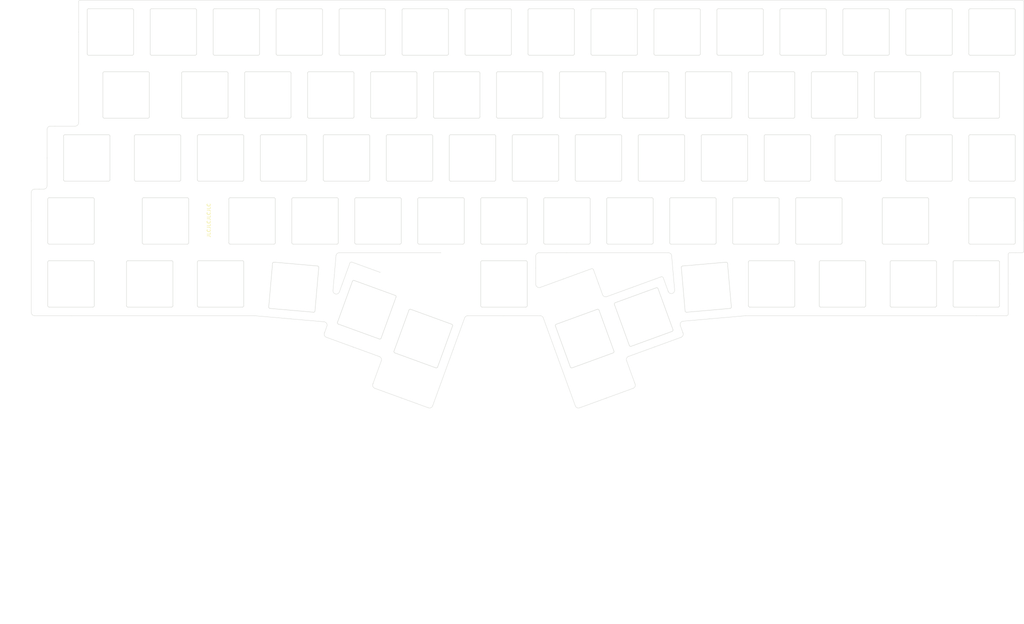
<source format=kicad_pcb>
(kicad_pcb (version 20241229) (generator "pcbnew") (generator_version "9.0")
  (layers (0 "F.Cu" signal) (2 "B.Cu" signal) (13 "F.Paste" user) (15 "B.Paste" user) (5 "F.SilkS" user "F.Silkscreen") (7 "B.SilkS" user "B.Silkscreen") (1 "F.Mask" user) (3 "B.Mask" user) (25 "Edge.Cuts" user))
  (net 0 "")
  (footprint "tmr-lib:Switch_Cutout2_MX" (layer "F.Cu") (at 256.5 19))
  (footprint "tmr-lib:Switch_Cutout2_MX" (layer "F.Cu") (at 19 0))
  (footprint "tmr-lib:Switch_Cutout2_MX_2u" (layer "F.Cu") (at 113.4 92.5 70))
  (footprint "tmr-lib:Switch_Cutout2_MX" (layer "F.Cu") (at 213.75 57))
  (footprint "tmr-lib:Switch_Cutout2_MX" (layer "F.Cu") (at 179.9 86 20))
  (footprint "tmr-lib:Switch_Cutout2_MX_1.25u" (layer "F.Cu") (at 96.35 83.8 70))
  (footprint "tmr-lib:Switch_Cutout2_MX" (layer "F.Cu") (at 47.5 19))
  (footprint "tmr-lib:Switch_Cutout2_MX" (layer "F.Cu") (at 285 0))
  (footprint "tmr-lib:Switch_Cutout2_MX" (layer "F.Cu") (at 57 0))
  (footprint "tmr-lib:Switch_Cutout2_MX" (layer "F.Cu") (at 137.75 57))
  (footprint "tmr-lib:Switch_Cutout2_MX" (layer "F.Cu") (at 90.25 38))
  (footprint "tmr-lib:Switch_Cutout2_MX" (layer "F.Cu") (at 80.75 57))
  (footprint "tmr-lib:Switch_Cutout2_MX" (layer "F.Cu") (at 166.25 38))
  (footprint "tmr-lib:Switch_Cutout2_MX_1.75u" (layer "F.Cu") (at 258.875 57))
  (footprint "tmr-lib:Switch_Cutout2_MX_1.25u" (layer "F.Cu") (at 223.25 38))
  (footprint "tmr-lib:Switch_Cutout2_MX" (layer "F.Cu") (at 147.25 38))
  (footprint "tmr-lib:Switch_Cutout2_MX" (layer "F.Cu") (at 52.25 76))
  (footprint "tmr-lib:Switch_Cutout2_MX" (layer "F.Cu") (at 156.75 57))
  (footprint "tmr-lib:Switch_Cutout2_MX" (layer "F.Cu") (at 128.25 38))
  (footprint "tmr-lib:Switch_Cutout2_MX_1.25u" (layer "F.Cu") (at 7.125 76))
  (footprint "tmr-lib:Switch_Cutout2_MX_1.25u" (layer "F.Cu") (at 74.325 77 -5))
  (footprint "tmr-lib:Switch_Cutout2_MX" (layer "F.Cu") (at 118.75 57))
  (footprint "tmr-lib:Switch_Cutout2_MX" (layer "F.Cu") (at 198.8 77 5))
  (footprint "tmr-lib:Switch_Cutout2_MX" (layer "F.Cu") (at 266 0))
  (footprint "tmr-lib:Switch_Cutout2_MX" (layer "F.Cu") (at 142.5 19))
  (footprint "tmr-lib:Switch_Cutout2_MX" (layer "F.Cu") (at 261.25 76))
  (footprint "tmr-lib:Switch_Cutout2_MX_1.25u" (layer "F.Cu") (at 280.25 19))
  (footprint "tmr-lib:Switch_Cutout2_MX" (layer "F.Cu") (at 228 0))
  (footprint "tmr-lib:Switch_Cutout2_MX" (layer "F.Cu") (at 218.5 76))
  (footprint "tmr-lib:Switch_Cutout2_MX" (layer "F.Cu") (at 66.5 19))
  (footprint "tmr-lib:Switch_Cutout2_MX" (layer "F.Cu") (at 194.75 57))
  (footprint "tmr-lib:Switch_Cutout2_MX" (layer "F.Cu") (at 204.25 38))
  (footprint "tmr-lib:Switch_Cutout2_MX" (layer "F.Cu") (at 38 0))
  (footprint "tmr-lib:Switch_Cutout2_MX" (layer "F.Cu") (at 180.5 19))
  (footprint "tmr-lib:Switch_Cutout2_MX_1.25u" (layer "F.Cu") (at 30.875 76))
  (footprint "tmr-lib:Switch_Cutout2_MX" (layer "F.Cu") (at 99.75 57))
  (footprint "tmr-lib:Switch_Cutout2_MX" (layer "F.Cu") (at 218.5 19))
  (footprint "tmr-lib:Switch_Cutout2_MX" (layer "F.Cu") (at 95 0))
  (footprint "tmr-lib:Switch_Cutout2_MX" (layer "F.Cu") (at 137.75 76))
  (footprint "tmr-lib:Switch_Cutout2_MX" (layer "F.Cu") (at 152 0))
  (footprint "tmr-lib:Switch_Cutout2_MX" (layer "F.Cu") (at 61.75 57))
  (footprint "tmr-lib:Switch_Cutout2_MX_1.25u" (layer "F.Cu") (at 239.875 76))
  (footprint "tmr-lib:Switch_Cutout2_MX" (layer "F.Cu") (at 185.25 38))
  (footprint "tmr-lib:Switch_Cutout2_MX" (layer "F.Cu") (at 23.75 19))
  (footprint "tmr-lib:Switch_Cutout2_MX" (layer "F.Cu") (at 11.875 38))
  (footprint "tmr-lib:Switch_Cutout2_MX" (layer "F.Cu") (at 190 0))
  (footprint "tmr-lib:Switch_Cutout2_MX_1.75u" (layer "F.Cu") (at 35.625 57))
  (footprint "tmr-lib:Switch_Cutout2_MX" (layer "F.Cu") (at 52.25 38))
  (footprint "tmr-lib:Switch_Cutout2_MX" (layer "F.Cu") (at 244.625 38))
  (footprint "tmr-lib:Switch_Cutout2_MX" (layer "F.Cu") (at 33.25 38))
  (footprint "tmr-lib:Switch_Cutout2_MX" (layer "F.Cu") (at 285 38))
  (footprint "tmr-lib:Switch_Cutout2_MX" (layer "F.Cu") (at 123.5 19))
  (footprint "tmr-lib:Switch_Cutout2_MX_2u" (layer "F.Cu") (at 162.1 92.5 -70))
  (footprint "tmr-lib:Switch_Cutout2_MX" (layer "F.Cu") (at 285 57))
  (footprint "tmr-lib:Switch_Cutout2_MX" (layer "F.Cu") (at 133 0))
  (footprint "tmr-lib:Switch_Cutout2_MX" (layer "F.Cu") (at 175.75 57))
  (footprint "tmr-lib:JLC_Order_Num" (layer "F.Cu") (at 48.8 56.75 90))
  (footprint "tmr-lib:Switch_Cutout2_MX" (layer "F.Cu") (at 161.5 19))
  (footprint "tmr-lib:Switch_Cutout2_MX" (layer "F.Cu") (at 247 0))
  (footprint "tmr-lib:Switch_Cutout2_MX" (layer "F.Cu") (at 209 0))
  (footprint "tmr-lib:Switch_Cutout2_MX" (layer "F.Cu") (at 71.25 38))
  (footprint "tmr-lib:Switch_Cutout2_MX" (layer "F.Cu") (at 7.125 57))
  (footprint "tmr-lib:Switch_Cutout2_MX" (layer "F.Cu") (at 232.75 57))
  (footprint "tmr-lib:Switch_Cutout2_MX" (layer "F.Cu") (at 266 38))
  (footprint "tmr-lib:Switch_Cutout2_MX" (layer "F.Cu") (at 114 0))
  (footprint "tmr-lib:Switch_Cutout2_MX" (layer "F.Cu") (at 104.5 19))
  (footprint "tmr-lib:Switch_Cutout2_MX" (layer "F.Cu") (at 199.5 19))
  (footprint "tmr-lib:Switch_Cutout2_MX" (layer "F.Cu") (at 76 0))
  (footprint "tmr-lib:Switch_Cutout2_MX" (layer "F.Cu") (at 171 0))
  (footprint "tmr-lib:Switch_Cutout2_MX" (layer "F.Cu") (at 109.25 38))
  (footprint "tmr-lib:Switch_Cutout2_MX" (layer "F.Cu") (at 85.5 19))
  (footprint "tmr-lib:Switch_Cutout2_MX" (layer "F.Cu") (at 237.5 19))
  (footprint "tmr-lib:Switch_Cutout2_MX" (layer "F.Cu") (at 280.25 76))
  (gr_line (start 280.35 85.6) (end 289.35 85.6) (stroke (width 0.1)) (layer "Edge.Cuts"))
  (gr_line (start -4.85 57) (end -4.85 57.1) (stroke (width 0.1)) (layer "Edge.Cuts"))
  (gr_line (start 7.125 85.6) (end 7.225 85.6) (stroke (width 0.1)) (layer "Edge.Cuts"))
  (gr_arc (start 116.230453 112.791876) (mid 115.713388 113.35616) (end 114.948756 113.389503) (stroke (width 0.1)) (layer "Edge.Cuts"))
  (gr_line (start 284.9 -9.6) (end 9.9 -9.6) (stroke (width 0.1)) (layer "Edge.Cuts"))
  (gr_line (start -0.1 38.1) (end -0.1 46.4) (stroke (width 0.1)) (layer "Edge.Cuts"))
  (gr_arc (start 160.551244 113.389503) (mid 159.786625 113.356144) (end 159.269547 112.791876) (stroke (width 0.1)) (layer "Edge.Cuts"))
  (gr_line (start 83.643684 90.641794) (end 83.609482 90.735763) (stroke (width 0.1)) (layer "Edge.Cuts"))
  (gr_line (start 168.632584 110.448129) (end 168.726553 110.413927) (stroke (width 0.1)) (layer "Edge.Cuts"))
  (gr_line (start 199.537076 86.572184) (end 191.803793 87.248717) (stroke (width 0.1)) (layer "Edge.Cuts"))
  (gr_line (start 199.636695 86.563469) (end 199.736314 86.554754) (stroke (width 0.1)) (layer "Edge.Cuts"))
  (gr_line (start 166.281464 75.919956) (end 167.488785 79.237036) (stroke (width 0.1)) (layer "Edge.Cuts"))
  (gr_line (start 166.247262 75.825987) (end 166.281464 75.919956) (stroke (width 0.1)) (layer "Edge.Cuts"))
  (gr_arc (start 88.095494 78.410543) (mid 86.939355 79.044804) (end 86.159528 77.981352) (stroke (width 0.1)) (layer "Edge.Cuts"))
  (gr_line (start 289.85 76) (end 289.85 76.1) (stroke (width 0.1)) (layer "Edge.Cuts"))
  (gr_arc (start 147.35 67.6) (mid 147.642893 66.892893) (end 148.35 66.6) (stroke (width 0.1)) (layer "Edge.Cuts"))
  (gr_line (start 199.736314 86.554754) (end 210.606352 85.603807) (stroke (width 0.1)) (layer "Edge.Cuts"))
  (gr_arc (start -3.85 85.6) (mid -4.557107 85.307107) (end -4.85 84.6) (stroke (width 0.1)) (layer "Edge.Cuts"))
  (gr_line (start 106.961385 110.482331) (end 114.948756 113.389503) (stroke (width 0.1)) (layer "Edge.Cuts"))
  (gr_line (start 92.16034 95.018617) (end 84.172931 92.111431) (stroke (width 0.1)) (layer "Edge.Cuts"))
  (gr_line (start 176.710576 76.944749) (end 185.167803 73.866563) (stroke (width 0.1)) (layer "Edge.Cuts"))
  (gr_line (start 292.025 66.6) (end 290.35 66.6) (stroke (width 0.1)) (layer "Edge.Cuts"))
  (gr_line (start 155.567416 74.551871) (end 155.661385 74.517669) (stroke (width 0.1)) (layer "Edge.Cuts"))
  (gr_line (start 9.4 0.1) (end 9.4 27.4) (stroke (width 0.1)) (layer "Edge.Cuts"))
  (gr_arc (start 62.431554 85.6) (mid 62.475142 85.600956) (end 62.518648 85.603807) (stroke (width 0.1)) (layer "Edge.Cuts"))
  (gr_arc (start 187.337148 66.6) (mid 188.01274 66.862724) (end 188.333342 67.512848) (stroke (width 0.1)) (layer "Edge.Cuts"))
  (gr_line (start -4.85 57) (end -4.85 56.9) (stroke (width 0.1)) (layer "Edge.Cuts"))
  (gr_line (start 176.616607 76.978951) (end 176.522638 77.013153) (stroke (width 0.1)) (layer "Edge.Cuts"))
  (gr_line (start 294.6 57) (end 294.6 56.9) (stroke (width 0.1)) (layer "Edge.Cuts"))
  (gr_line (start 285 -9.6) (end 285.1 -9.6) (stroke (width 0.1)) (layer "Edge.Cuts"))
  (gr_line (start 187.296453 78.253067) (end 187.330655 78.347036) (stroke (width 0.1)) (layer "Edge.Cuts"))
  (gr_line (start 137.75 85.6) (end 137.65 85.6) (stroke (width 0.1)) (layer "Edge.Cuts"))
  (gr_arc (start 87.075347 67.512847) (mid 87.395954 66.862739) (end 88.071542 66.6) (stroke (width 0.1)) (layer "Edge.Cuts"))
  (gr_arc (start 189.236323 77.834603) (mid 188.456527 78.898058) (end 187.300357 78.263792) (stroke (width 0.1)) (layer "Edge.Cuts"))
  (gr_arc (start 9.4 27.4) (mid 9.107107 28.107107) (end 8.4 28.4) (stroke (width 0.1)) (layer "Edge.Cuts"))
  (gr_arc (start 177.31161 106.225036) (mid 177.278258 106.989677) (end 176.713961 107.506741) (stroke (width 0.1)) (layer "Edge.Cuts"))
  (gr_line (start 153.113153 95.877362) (end 159.269547 112.791876) (stroke (width 0.1)) (layer "Edge.Cuts"))
  (gr_line (start 106.867416 110.448129) (end 106.773447 110.413927) (stroke (width 0.1)) (layer "Edge.Cuts"))
  (gr_line (start 2.275 28.4) (end 2.175 28.4) (stroke (width 0.1)) (layer "Edge.Cuts"))
  (gr_line (start 183.277362 94.986847) (end 191.170801 92.113863) (stroke (width 0.1)) (layer "Edge.Cuts"))
  (gr_line (start 88.987749 75.959098) (end 91.253646 69.733613) (stroke (width 0.1)) (layer "Edge.Cuts"))
  (gr_line (start 86.568801 73.30305) (end 86.577516 73.203431) (stroke (width 0.1)) (layer "Edge.Cuts"))
  (gr_line (start 155.661385 74.517669) (end 164.118612 71.439483) (stroke (width 0.1)) (layer "Edge.Cuts"))
  (gr_line (start 183.183393 95.021049) (end 183.277362 94.986847) (stroke (width 0.1)) (layer "Edge.Cuts"))
  (gr_line (start 280.25 85.6) (end 280.15 85.6) (stroke (width 0.1)) (layer "Edge.Cuts"))
  (gr_arc (start -0.1 29.4) (mid 0.192893 28.692893) (end 0.9 28.4) (stroke (width 0.1)) (layer "Edge.Cuts"))
  (gr_line (start 166.247262 75.825987) (end 166.21306 75.732018) (stroke (width 0.1)) (layer "Edge.Cuts"))
  (gr_line (start 7.125 85.6) (end 7.025 85.6) (stroke (width 0.1)) (layer "Edge.Cuts"))
  (gr_arc (start 83.470614 87.436754) (mid 84.226852 87.895635) (end 84.323156 88.774964) (stroke (width 0.1)) (layer "Edge.Cuts"))
  (gr_line (start 168.632584 110.448129) (end 168.538615 110.482331) (stroke (width 0.1)) (layer "Edge.Cuts"))
  (gr_arc (start 148.691999 77.054324) (mid 147.776407 76.933789) (end 147.35 76.114633) (stroke (width 0.1)) (layer "Edge.Cuts"))
  (gr_line (start 153.044749 95.689424) (end 149.611976 86.257979) (stroke (width 0.1)) (layer "Edge.Cuts"))
  (gr_line (start 156.75 66.6) (end 156.85 66.6) (stroke (width 0.1)) (layer "Edge.Cuts"))
  (gr_line (start 177.140602 105.755197) (end 174.739596 99.158503) (stroke (width 0.1)) (layer "Edge.Cuts"))
  (gr_arc (start 190.951251 88.586926) (mid 191.047552 87.707605) (end 191.803793 87.248717) (stroke (width 0.1)) (layer "Edge.Cuts"))
  (gr_line (start 188.822542 73.104771) (end 188.831257 73.20439) (stroke (width 0.1)) (layer "Edge.Cuts"))
  (gr_line (start 122.386847 95.877362) (end 116.230453 112.791876) (stroke (width 0.1)) (layer "Edge.Cuts"))
  (gr_line (start 98.256792 106.037105) (end 98.22259 106.131074) (stroke (width 0.1)) (layer "Edge.Cuts"))
  (gr_line (start 292.125 66.6) (end 292.225 66.6) (stroke (width 0.1)) (layer "Edge.Cuts"))
  (gr_line (start 88.953547 76.053067) (end 88.987749 75.959098) (stroke (width 0.1)) (layer "Edge.Cuts"))
  (gr_line (start 2.175 28.4) (end 0.9 28.4) (stroke (width 0.1)) (layer "Edge.Cuts"))
  (gr_line (start 188.813827 73.005152) (end 188.333342 67.512848) (stroke (width 0.1)) (layer "Edge.Cuts"))
  (gr_line (start 292.225 66.6) (end 294.1 66.6) (stroke (width 0.1)) (layer "Edge.Cuts"))
  (gr_line (start 156.85 66.6) (end 187.337148 66.6) (stroke (width 0.1)) (layer "Edge.Cuts"))
  (gr_line (start 199.636695 86.563469) (end 199.537076 86.572184) (stroke (width 0.1)) (layer "Edge.Cuts"))
  (gr_line (start 156.65 66.6) (end 148.35 66.6) (stroke (width 0.1)) (layer "Edge.Cuts"))
  (gr_line (start 83.677886 90.547825) (end 84.323156 88.774964) (stroke (width 0.1)) (layer "Edge.Cuts"))
  (gr_line (start 285.1 -9.6) (end 294.1 -9.6) (stroke (width 0.1)) (layer "Edge.Cuts"))
  (gr_line (start 294.6 56.9) (end 294.6 -9.1) (stroke (width 0.1)) (layer "Edge.Cuts"))
  (gr_arc (start 289.85 67.1) (mid 289.996446 66.746446) (end 290.35 66.6) (stroke (width 0.1)) (layer "Edge.Cuts"))
  (gr_arc (start 294.6 66.1) (mid 294.453553 66.453553) (end 294.1 66.6) (stroke (width 0.1)) (layer "Edge.Cuts"))
  (gr_line (start 92.254309 95.052819) (end 92.16034 95.018617) (stroke (width 0.1)) (layer "Edge.Cuts"))
  (gr_arc (start -4.85 48.4) (mid -4.557107 47.692893) (end -3.85 47.4) (stroke (width 0.1)) (layer "Edge.Cuts"))
  (gr_line (start 280.15 85.6) (end 210.693446 85.6) (stroke (width 0.1)) (layer "Edge.Cuts"))
  (gr_arc (start 148.672283 85.6) (mid 149.24586 85.780848) (end 149.611976 86.257979) (stroke (width 0.1)) (layer "Edge.Cuts"))
  (gr_line (start -2.475 47.4) (end -2.375 47.4) (stroke (width 0.1)) (layer "Edge.Cuts"))
  (gr_line (start 92.254309 95.052819) (end 92.348278 95.087021) (stroke (width 0.1)) (layer "Edge.Cuts"))
  (gr_line (start 147.35 71.25) (end 147.35 71.15) (stroke (width 0.1)) (layer "Edge.Cuts"))
  (gr_arc (start 84.172931 92.111431) (mid 83.608646 91.594361) (end 83.575282 90.829726) (stroke (width 0.1)) (layer "Edge.Cuts"))
  (gr_line (start -2.475 47.4) (end -2.575 47.4) (stroke (width 0.1)) (layer "Edge.Cuts"))
  (gr_line (start 188.822542 73.104771) (end 188.813827 73.005152) (stroke (width 0.1)) (layer "Edge.Cuts"))
  (gr_line (start 122.421049 95.783393) (end 122.386847 95.877362) (stroke (width 0.1)) (layer "Edge.Cuts"))
  (gr_line (start 100.445691 72.547181) (end 100.351722 72.512979) (stroke (width 0.1)) (layer "Edge.Cuts"))
  (gr_line (start 183.089424 95.055251) (end 175.337275 97.876809) (stroke (width 0.1)) (layer "Edge.Cuts"))
  (gr_line (start 187.296453 78.253067) (end 187.262251 78.159098) (stroke (width 0.1)) (layer "Edge.Cuts"))
  (gr_line (start 183.183393 95.021049) (end 183.089424 95.055251) (stroke (width 0.1)) (layer "Edge.Cuts"))
  (gr_line (start 106.773447 110.413927) (end 98.78604 107.506742) (stroke (width 0.1)) (layer "Edge.Cuts"))
  (gr_line (start 137.65 85.6) (end 126.827717 85.6) (stroke (width 0.1)) (layer "Edge.Cuts"))
  (gr_line (start 191.700049 90.644226) (end 191.734251 90.738195) (stroke (width 0.1)) (layer "Edge.Cuts"))
  (gr_line (start -0.1 38) (end -0.1 38.1) (stroke (width 0.1)) (layer "Edge.Cuts"))
  (gr_line (start 137.75 85.6) (end 137.85 85.6) (stroke (width 0.1)) (layer "Edge.Cuts"))
  (gr_line (start -2.375 47.4) (end -1.1 47.4) (stroke (width 0.1)) (layer "Edge.Cuts"))
  (gr_line (start 88.953547 76.053067) (end 88.919345 76.147036) (stroke (width 0.1)) (layer "Edge.Cuts"))
  (gr_line (start 86.568801 73.30305) (end 86.560086 73.402669) (stroke (width 0.1)) (layer "Edge.Cuts"))
  (gr_line (start 9.4 0) (end 9.4 -0.1) (stroke (width 0.1)) (layer "Edge.Cuts"))
  (gr_line (start 294.6 57.1) (end 294.6 66.1) (stroke (width 0.1)) (layer "Edge.Cuts"))
  (gr_line (start 118.75 66.6) (end 118.65 66.6) (stroke (width 0.1)) (layer "Edge.Cuts"))
  (gr_arc (start 168.770477 79.834716) (mid 168.005842 79.801334) (end 167.488785 79.237036) (stroke (width 0.1)) (layer "Edge.Cuts"))
  (gr_line (start 168.538615 110.482331) (end 160.551244 113.389503) (stroke (width 0.1)) (layer "Edge.Cuts"))
  (gr_line (start 168.726553 110.413927) (end 176.713961 107.506741) (stroke (width 0.1)) (layer "Edge.Cuts"))
  (gr_arc (start 289.85 85.1) (mid 289.703553 85.453553) (end 289.35 85.6) (stroke (width 0.1)) (layer "Edge.Cuts"))
  (gr_line (start 187.262251 78.159098) (end 185.808656 74.165388) (stroke (width 0.1)) (layer "Edge.Cuts"))
  (gr_line (start 166.21306 75.732018) (end 164.759465 71.738308) (stroke (width 0.1)) (layer "Edge.Cuts"))
  (gr_line (start 118.65 66.6) (end 88.071542 66.6) (stroke (width 0.1)) (layer "Edge.Cuts"))
  (gr_line (start 73.587924 86.572184) (end 83.470614 87.436754) (stroke (width 0.1)) (layer "Edge.Cuts"))
  (gr_line (start 191.734251 90.738195) (end 191.768451 90.832158) (stroke (width 0.1)) (layer "Edge.Cuts"))
  (gr_line (start 83.643684 90.641794) (end 83.677886 90.547825) (stroke (width 0.1)) (layer "Edge.Cuts"))
  (gr_line (start 294.6 57) (end 294.6 57.1) (stroke (width 0.1)) (layer "Edge.Cuts"))
  (gr_line (start 280.25 85.6) (end 280.35 85.6) (stroke (width 0.1)) (layer "Edge.Cuts"))
  (gr_line (start 187.330655 78.347036) (end 187.300357 78.263792) (stroke (width 0.1)) (layer "Edge.Cuts"))
  (gr_line (start 285 -9.6) (end 284.9 -9.6) (stroke (width 0.1)) (layer "Edge.Cuts"))
  (gr_line (start 155.473447 74.586073) (end 148.691999 77.054324) (stroke (width 0.1)) (layer "Edge.Cuts"))
  (gr_line (start 155.567416 74.551871) (end 155.473447 74.586073) (stroke (width 0.1)) (layer "Edge.Cuts"))
  (gr_arc (start 174.739596 99.158503) (mid 174.772978 98.393868) (end 175.337275 97.876809) (stroke (width 0.1)) (layer "Edge.Cuts"))
  (gr_line (start 156.75 66.6) (end 156.65 66.6) (stroke (width 0.1)) (layer "Edge.Cuts"))
  (gr_line (start 7.225 85.6) (end 62.431554 85.6) (stroke (width 0.1)) (layer "Edge.Cuts"))
  (gr_arc (start 191.768451 90.832158) (mid 191.735085 91.596793) (end 191.170801 92.113863) (stroke (width 0.1)) (layer "Edge.Cuts"))
  (gr_line (start 88.919345 76.147036) (end 88.095494 78.410543) (stroke (width 0.1)) (layer "Edge.Cuts"))
  (gr_line (start -4.85 57.1) (end -4.85 84.6) (stroke (width 0.1)) (layer "Edge.Cuts"))
  (gr_line (start 86.560086 73.402669) (end 86.159528 77.981352) (stroke (width 0.1)) (layer "Edge.Cuts"))
  (gr_line (start 98.290994 105.943136) (end 100.742906 99.206579) (stroke (width 0.1)) (layer "Edge.Cuts"))
  (gr_arc (start -0.1 46.4) (mid -0.392893 47.107107) (end -1.1 47.4) (stroke (width 0.1)) (layer "Edge.Cuts"))
  (gr_line (start 9.4 0) (end 9.4 0.1) (stroke (width 0.1)) (layer "Edge.Cuts"))
  (gr_line (start 292.125 66.6) (end 292.025 66.6) (stroke (width 0.1)) (layer "Edge.Cuts"))
  (gr_arc (start 9.4 -9.1) (mid 9.546446 -9.453554) (end 9.9 -9.6) (stroke (width 0.1)) (layer "Edge.Cuts"))
  (gr_line (start 177.174804 105.849166) (end 177.209006 105.943135) (stroke (width 0.1)) (layer "Edge.Cuts"))
  (gr_arc (start 125.888024 86.257979) (mid 126.254142 85.780854) (end 126.827717 85.6) (stroke (width 0.1)) (layer "Edge.Cuts"))
  (gr_line (start 83.609482 90.735763) (end 83.575282 90.829726) (stroke (width 0.1)) (layer "Edge.Cuts"))
  (gr_arc (start 164.118612 71.439483) (mid 164.50091 71.456185) (end 164.759465 71.738308) (stroke (width 0.1)) (layer "Edge.Cuts"))
  (gr_line (start -0.1 37.9) (end -0.1 29.4) (stroke (width 0.1)) (layer "Edge.Cuts"))
  (gr_line (start 176.616607 76.978951) (end 176.710576 76.944749) (stroke (width 0.1)) (layer "Edge.Cuts"))
  (gr_line (start 289.85 76.1) (end 289.85 85.1) (stroke (width 0.1)) (layer "Edge.Cuts"))
  (gr_line (start 289.85 75.9) (end 289.85 67.1) (stroke (width 0.1)) (layer "Edge.Cuts"))
  (gr_line (start 153.078951 95.783393) (end 153.113153 95.877362) (stroke (width 0.1)) (layer "Edge.Cuts"))
  (gr_line (start 147.35 71.25) (end 147.35 71.35) (stroke (width 0.1)) (layer "Edge.Cuts"))
  (gr_line (start 86.577516 73.203431) (end 87.075347 67.512847) (stroke (width 0.1)) (layer "Edge.Cuts"))
  (gr_line (start 73.488305 86.563469) (end 73.587924 86.572184) (stroke (width 0.1)) (layer "Edge.Cuts"))
  (gr_arc (start 210.606352 85.603807) (mid 210.649858 85.600955) (end 210.693446 85.6) (stroke (width 0.1)) (layer "Edge.Cuts"))
  (gr_line (start 147.35 71.15) (end 147.35 67.6) (stroke (width 0.1)) (layer "Edge.Cuts"))
  (gr_arc (start 100.145228 97.924885) (mid 100.709576 98.441939) (end 100.742906 99.206579) (stroke (width 0.1)) (layer "Edge.Cuts"))
  (gr_line (start 147.35 71.35) (end 147.35 76.114633) (stroke (width 0.1)) (layer "Edge.Cuts"))
  (gr_arc (start 185.167803 73.866563) (mid 185.550108 73.88326) (end 185.808656 74.165388) (stroke (width 0.1)) (layer "Edge.Cuts"))
  (gr_line (start 106.867416 110.448129) (end 106.961385 110.482331) (stroke (width 0.1)) (layer "Edge.Cuts"))
  (gr_line (start 177.209006 105.943135) (end 177.31161 106.225036) (stroke (width 0.1)) (layer "Edge.Cuts"))
  (gr_line (start 177.174804 105.849166) (end 177.140602 105.755197) (stroke (width 0.1)) (layer "Edge.Cuts"))
  (gr_line (start 191.700049 90.644226) (end 191.665847 90.550257) (stroke (width 0.1)) (layer "Edge.Cuts"))
  (gr_line (start 2.375 28.4) (end 8.4 28.4) (stroke (width 0.1)) (layer "Edge.Cuts"))
  (gr_line (start 100.351722 72.512979) (end 91.894496 69.434793) (stroke (width 0.1)) (layer "Edge.Cuts"))
  (gr_arc (start 91.253646 69.733613) (mid 91.512179 69.451469) (end 91.894496 69.434793) (stroke (width 0.1)) (layer "Edge.Cuts"))
  (gr_line (start 2.275 28.4) (end 2.375 28.4) (stroke (width 0.1)) (layer "Edge.Cuts"))
  (gr_line (start 73.488305 86.563469) (end 73.388686 86.554754) (stroke (width 0.1)) (layer "Edge.Cuts"))
  (gr_line (start 122.421049 95.783393) (end 122.455251 95.689424) (stroke (width 0.1)) (layer "Edge.Cuts"))
  (gr_arc (start 98.78604 107.506742) (mid 98.221755 106.989672) (end 98.18839 106.225037) (stroke (width 0.1)) (layer "Edge.Cuts"))
  (gr_line (start 92.348278 95.087021) (end 100.145228 97.924885) (stroke (width 0.1)) (layer "Edge.Cuts"))
  (gr_line (start 188.831257 73.20439) (end 189.236323 77.834603) (stroke (width 0.1)) (layer "Edge.Cuts"))
  (gr_line (start 153.078951 95.783393) (end 153.044749 95.689424) (stroke (width 0.1)) (layer "Edge.Cuts"))
  (gr_line (start -0.1 38) (end -0.1 37.9) (stroke (width 0.1)) (layer "Edge.Cuts"))
  (gr_line (start 191.665847 90.550257) (end 190.951251 88.586926) (stroke (width 0.1)) (layer "Edge.Cuts"))
  (gr_line (start 9.4 -0.1) (end 9.4 -9.1) (stroke (width 0.1)) (layer "Edge.Cuts"))
  (gr_line (start 289.85 76) (end 289.85 75.9) (stroke (width 0.1)) (layer "Edge.Cuts"))
  (gr_line (start 122.455251 95.689424) (end 125.888024 86.257979) (stroke (width 0.1)) (layer "Edge.Cuts"))
  (gr_line (start 137.85 85.6) (end 148.672283 85.6) (stroke (width 0.1)) (layer "Edge.Cuts"))
  (gr_line (start 7.025 85.6) (end -3.85 85.6) (stroke (width 0.1)) (layer "Edge.Cuts"))
  (gr_line (start -2.575 47.4) (end -3.85 47.4) (stroke (width 0.1)) (layer "Edge.Cuts"))
  (gr_arc (start 294.1 -9.6) (mid 294.453553 -9.453553) (end 294.6 -9.1) (stroke (width 0.1)) (layer "Edge.Cuts"))
  (gr_line (start -4.85 56.9) (end -4.85 48.4) (stroke (width 0.1)) (layer "Edge.Cuts"))
  (gr_line (start 73.388686 86.554754) (end 62.518648 85.603807) (stroke (width 0.1)) (layer "Edge.Cuts"))
  (gr_line (start 176.522638 77.013153) (end 168.770477 79.834716) (stroke (width 0.1)) (layer "Edge.Cuts"))
  (gr_line (start 98.256792 106.037105) (end 98.290994 105.943136) (stroke (width 0.1)) (layer "Edge.Cuts"))
  (gr_line (start 98.22259 106.131074) (end 98.18839 106.225037) (stroke (width 0.1)) (layer "Edge.Cuts"))
)
</source>
